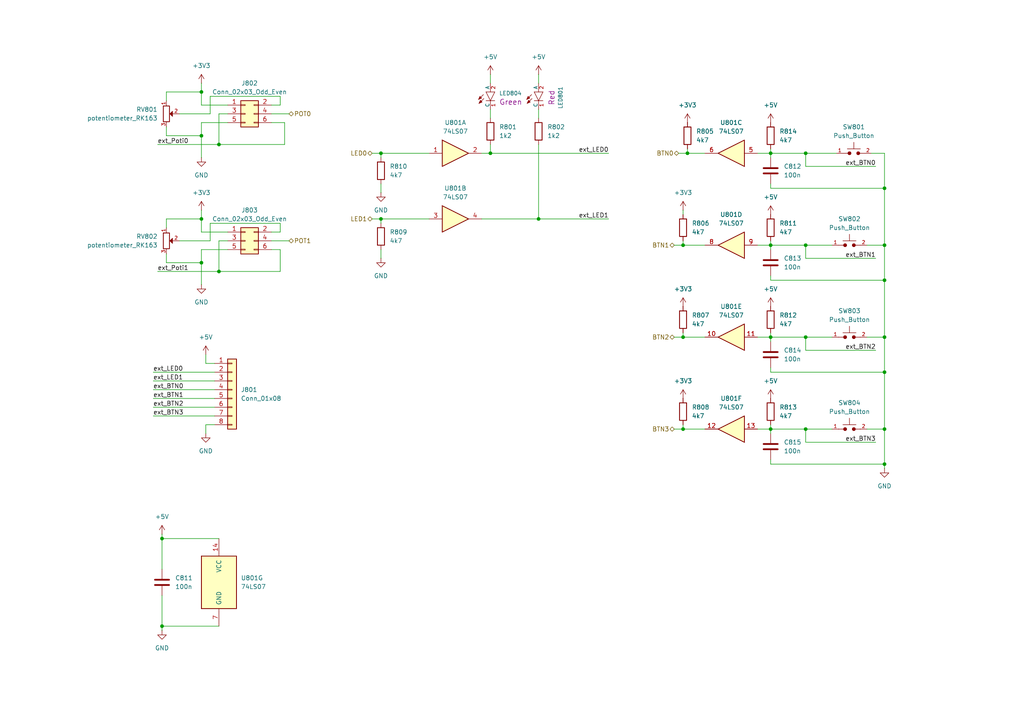
<source format=kicad_sch>
(kicad_sch (version 20250114) (generator "eeschema") (generator_version "9.0")
  (paper "A4")
  (lib_symbols
    (symbol "+3V3_1" (power) (pin_numbers (hide yes)) (pin_names (offset 0) (hide yes))
      (property "Value" "+3V3" (at 0 3.556 0))
      (symbol "+3V3_1_0_1"
        (polyline (pts (xy -0.762 1.27) (xy 0 2.54)))
        (polyline (pts (xy 0 2.54) (xy 0.762 1.27)))
        (polyline (pts (xy 0 0) (xy 0 2.54)))
      )
      (symbol "+3V3_1_1_1"
        (pin power_in line (at 0 0 90) (length 0) (name "~") (number "1"))
      )
    )
    (symbol "74xx:74LS07" (pin_names (offset 1.016))
      (property "Reference" "U" (at 0 1.27 0))
      (property "Value" "74LS07" (at 0 -1.27 0))
      (symbol "74LS07_1_0"
        (polyline (pts (xy -3.81 3.81) (xy -3.81 -3.81) (xy 3.81 0) (xy -3.81 3.81)) (stroke (width 0.254)) (fill (type background)))
        (pin input line (at -7.62 0 0) (length 3.81) (name "~") (number "1"))
        (pin open_collector line (at 7.62 0 180) (length 3.81) (name "~") (number "2"))
      )
      (symbol "74LS07_2_0"
        (polyline (pts (xy -3.81 3.81) (xy -3.81 -3.81) (xy 3.81 0) (xy -3.81 3.81)) (stroke (width 0.254)) (fill (type background)))
        (pin input line (at -7.62 0 0) (length 3.81) (name "~") (number "3"))
        (pin open_collector line (at 7.62 0 180) (length 3.81) (name "~") (number "4"))
      )
      (symbol "74LS07_3_0"
        (polyline (pts (xy -3.81 3.81) (xy -3.81 -3.81) (xy 3.81 0) (xy -3.81 3.81)) (stroke (width 0.254)) (fill (type background)))
        (pin input line (at -7.62 0 0) (length 3.81) (name "~") (number "5"))
        (pin open_collector line (at 7.62 0 180) (length 3.81) (name "~") (number "6"))
      )
      (symbol "74LS07_4_0"
        (polyline (pts (xy -3.81 3.81) (xy -3.81 -3.81) (xy 3.81 0) (xy -3.81 3.81)) (stroke (width 0.254)) (fill (type background)))
        (pin input line (at -7.62 0 0) (length 3.81) (name "~") (number "9"))
        (pin open_collector line (at 7.62 0 180) (length 3.81) (name "~") (number "8"))
      )
      (symbol "74LS07_5_0"
        (polyline (pts (xy -3.81 3.81) (xy -3.81 -3.81) (xy 3.81 0) (xy -3.81 3.81)) (stroke (width 0.254)) (fill (type background)))
        (pin input line (at -7.62 0 0) (length 3.81) (name "~") (number "11"))
        (pin open_collector line (at 7.62 0 180) (length 3.81) (name "~") (number "10"))
      )
      (symbol "74LS07_6_0"
        (polyline (pts (xy -3.81 3.81) (xy -3.81 -3.81) (xy 3.81 0) (xy -3.81 3.81)) (stroke (width 0.254)) (fill (type background)))
        (pin input line (at -7.62 0 0) (length 3.81) (name "~") (number "13"))
        (pin open_collector line (at 7.62 0 180) (length 3.81) (name "~") (number "12"))
      )
      (symbol "74LS07_7_0"
        (pin power_in line (at 0 12.7 270) (length 5.08) (name "VCC") (number "14"))
        (pin power_in line (at 0 -12.7 90) (length 5.08) (name "GND") (number "7"))
      )
      (symbol "74LS07_7_1"
        (rectangle (start -5.08 7.62) (end 5.08 -7.62) (stroke (width 0.254)) (fill (type background)))
      )
    )
    (symbol "Connector_Generic:Conn_01x08" (pin_names (offset 1.016) (hide yes))
      (property "Reference" "J" (at 0 10.16 0))
      (property "Value" "Conn_01x08" (at 0 -12.7 0))
      (symbol "Conn_01x08_1_1"
        (rectangle (start -1.27 8.89) (end 1.27 -11.43) (stroke (width 0.254)) (fill (type background)))
        (rectangle (start -1.27 7.747) (end 0 7.493) (stroke (width 0.1524)))
        (rectangle (start -1.27 5.207) (end 0 4.953) (stroke (width 0.1524)))
        (rectangle (start -1.27 2.667) (end 0 2.413) (stroke (width 0.1524)))
        (rectangle (start -1.27 0.127) (end 0 -0.127) (stroke (width 0.1524)))
        (rectangle (start -1.27 -2.413) (end 0 -2.667) (stroke (width 0.1524)))
        (rectangle (start -1.27 -4.953) (end 0 -5.207) (stroke (width 0.1524)))
        (rectangle (start -1.27 -7.493) (end 0 -7.747) (stroke (width 0.1524)))
        (rectangle (start -1.27 -10.033) (end 0 -10.287) (stroke (width 0.1524)))
        (pin passive line (at -5.08 7.62 0) (length 3.81) (name "Pin_1") (number "1"))
        (pin passive line (at -5.08 5.08 0) (length 3.81) (name "Pin_2") (number "2"))
        (pin passive line (at -5.08 2.54 0) (length 3.81) (name "Pin_3") (number "3"))
        (pin passive line (at -5.08 0 0) (length 3.81) (name "Pin_4") (number "4"))
        (pin passive line (at -5.08 -2.54 0) (length 3.81) (name "Pin_5") (number "5"))
        (pin passive line (at -5.08 -5.08 0) (length 3.81) (name "Pin_6") (number "6"))
        (pin passive line (at -5.08 -7.62 0) (length 3.81) (name "Pin_7") (number "7"))
        (pin passive line (at -5.08 -10.16 0) (length 3.81) (name "Pin_8") (number "8"))
      )
    )
    (symbol "Connector_Generic:Conn_02x03_Odd_Even" (pin_names (offset 1.016) (hide yes))
      (property "Reference" "J" (at 1.27 5.08 0))
      (property "Value" "Conn_02x03_Odd_Even" (at 1.27 -5.08 0))
      (symbol "Conn_02x03_Odd_Even_1_1"
        (rectangle (start -1.27 3.81) (end 3.81 -3.81) (stroke (width 0.254)) (fill (type background)))
        (rectangle (start -1.27 2.667) (end 0 2.413) (stroke (width 0.1524)))
        (rectangle (start -1.27 0.127) (end 0 -0.127) (stroke (width 0.1524)))
        (rectangle (start -1.27 -2.413) (end 0 -2.667) (stroke (width 0.1524)))
        (rectangle (start 3.81 2.667) (end 2.54 2.413) (stroke (width 0.1524)))
        (rectangle (start 3.81 0.127) (end 2.54 -0.127) (stroke (width 0.1524)))
        (rectangle (start 3.81 -2.413) (end 2.54 -2.667) (stroke (width 0.1524)))
        (pin passive line (at -5.08 2.54 0) (length 3.81) (name "Pin_1") (number "1"))
        (pin passive line (at -5.08 0 0) (length 3.81) (name "Pin_3") (number "3"))
        (pin passive line (at -5.08 -2.54 0) (length 3.81) (name "Pin_5") (number "5"))
        (pin passive line (at 7.62 2.54 180) (length 3.81) (name "Pin_2") (number "2"))
        (pin passive line (at 7.62 0 180) (length 3.81) (name "Pin_4") (number "4"))
        (pin passive line (at 7.62 -2.54 180) (length 3.81) (name "Pin_6") (number "6"))
      )
    )
    (symbol "Device:C" (pin_numbers (hide yes)) (pin_names (offset 0.254))
      (property "Reference" "C" (at 0.635 2.54 0))
      (property "Value" "C" (at 0.635 -2.54 0))
      (symbol "C_0_1"
        (polyline (pts (xy -2.032 0.762) (xy 2.032 0.762)) (stroke (width 0.508)))
        (polyline (pts (xy -2.032 -0.762) (xy 2.032 -0.762)) (stroke (width 0.508)))
      )
      (symbol "C_1_1"
        (pin passive line (at 0 3.81 270) (length 2.794) (name "~") (number "1"))
        (pin passive line (at 0 -3.81 90) (length 2.794) (name "~") (number "2"))
      )
    )
    (symbol "Device:R" (pin_numbers (hide yes)) (pin_names (offset 0))
      (property "Reference" "R" (at 2.032 0 90))
      (property "Value" "R" (at 0 0 90))
      (symbol "R_0_1"
        (rectangle (start -1.016 -2.54) (end 1.016 2.54) (stroke (width 0.254)))
      )
      (symbol "R_1_1"
        (pin passive line (at 0 3.81 270) (length 1.27) (name "~") (number "1"))
        (pin passive line (at 0 -3.81 90) (length 1.27) (name "~") (number "2"))
      )
    )
    (symbol "GND_1" (power) (pin_numbers (hide yes)) (pin_names (offset 0) (hide yes))
      (property "Value" "GND" (at 0 -3.81 0))
      (symbol "GND_1_0_1"
        (polyline (pts (xy 0 0) (xy 0 -1.27) (xy 1.27 -1.27) (xy 0 -2.54) (xy -1.27 -1.27) (xy 0 -1.27)))
      )
      (symbol "GND_1_1_1"
        (pin power_in line (at 0 0 270) (length 0) (name "~") (number "1"))
      )
    )
    (symbol "PCM_4ms_LED:Green_350mcd_0603" (pin_names (offset 0))
      (property "Reference" "LED" (at -1.27 -5.08 0))
      (property "Display" "Green" (at 0 -2.54 0))
      (symbol "Green_350mcd_0603_1_0"
        (polyline (pts (xy 0 0) (xy 0 1.27)))
        (polyline (pts (xy 0 0) (xy 2.54 1.27)))
        (polyline (pts (xy 0 -1.27) (xy 0 0)))
        (polyline (pts (xy 0.635 1.905) (xy -0.762 3.302)))
        (polyline (pts (xy 1.778 2.032) (xy 0.381 3.429)))
        (polyline (pts (xy 2.54 -1.27) (xy 0 0)))
        (polyline (pts (xy 2.54 -1.27) (xy 2.54 1.27)))
      )
      (symbol "Green_350mcd_0603_1_1"
        (polyline (pts (xy -0.762 3.302) (xy 0.127 2.921) (xy 0.127 2.921) (xy -0.381 2.413) (xy -0.381 2.413) (xy -0.762 3.302)) (fill (type outline)))
        (polyline (pts (xy 0.381 3.429) (xy 1.27 3.048) (xy 1.27 3.048) (xy 0.762 2.54) (xy 0.762 2.54) (xy 0.381 3.429)) (fill (type outline)))
        (pin passive line (at -2.54 0 0) (length 2.54) (name "C") (number "1"))
        (pin passive line (at 5.08 0 180) (length 2.54) (name "A") (number "2"))
      )
    )
    (symbol "PCM_4ms_LED:Red_100mcd_0603" (pin_names (offset 0))
      (property "Reference" "LED" (at -1.27 -5.08 0))
      (property "Display" "Red" (at 0 -2.54 0))
      (symbol "Red_100mcd_0603_1_0"
        (polyline (pts (xy 0 0) (xy 0 1.27)))
        (polyline (pts (xy 0 0) (xy 2.54 1.27)))
        (polyline (pts (xy 0 -1.27) (xy 0 0)))
        (polyline (pts (xy 0.635 1.905) (xy -0.762 3.302)))
        (polyline (pts (xy 1.778 2.032) (xy 0.381 3.429)))
        (polyline (pts (xy 2.54 -1.27) (xy 0 0)))
        (polyline (pts (xy 2.54 -1.27) (xy 2.54 1.27)))
      )
      (symbol "Red_100mcd_0603_1_1"
        (polyline (pts (xy -0.762 3.302) (xy 0.127 2.921) (xy 0.127 2.921) (xy -0.381 2.413) (xy -0.381 2.413) (xy -0.762 3.302)) (fill (type outline)))
        (polyline (pts (xy 0.381 3.429) (xy 1.27 3.048) (xy 1.27 3.048) (xy 0.762 2.54) (xy 0.762 2.54) (xy 0.381 3.429)) (fill (type outline)))
        (pin passive line (at -2.54 0 0) (length 2.54) (name "C") (number "1"))
        (pin passive line (at 5.08 0 180) (length 2.54) (name "A") (number "2"))
      )
    )
    (symbol "PCM_SL_Devices:Push_Button"
      (property "Reference" "SW" (at 0 6.35 0))
      (property "Value" "Push_Button" (at 0 4.445 0))
      (symbol "Push_Button_0_1"
        (polyline (pts (xy -3.175 0) (xy -1.778 0)))
        (polyline (pts (xy -1.905 1.27) (xy 1.905 1.27)))
        (circle (center -1.27 0) (radius 0.4579) (fill (type outline)))
        (polyline (pts (xy 0 1.27) (xy 0 3.175)))
        (circle (center 1.27 0) (radius 0.4579) (fill (type outline)))
        (polyline (pts (xy 1.778 0) (xy 3.175 0)))
      )
      (symbol "Push_Button_1_1"
        (pin passive line (at -5.08 0 0) (length 2) (name "") (number "1"))
        (pin passive line (at 5.08 0 180) (length 2) (name "") (number "2"))
      )
    )
    (symbol "PCM_SL_Devices:potentiometer_RK163"
      (property "Reference" "RV" (at 0 -2.286 0))
      (property "Value" "potentiometer_RK163" (at 0 -3.81 0))
      (symbol "potentiometer_RK163_0_1"
        (rectangle (start -2.286 0.889) (end 2.286 -0.889) (stroke (width 0.24)))
        (polyline (pts (xy 0 1.016) (xy 0.762 1.778) (xy -0.762 1.778) (xy 0 1.016)) (fill (type outline)))
      )
      (symbol "potentiometer_RK163_1_1"
        (pin passive line (at -3.81 0 0) (length 1.5) (name "~") (number "1"))
        (pin passive line (at 0 3.81 270) (length 2) (name "~") (number "2"))
        (pin passive line (at 3.81 0 180) (length 1.5) (name "~") (number "3"))
      )
    )
    (symbol "power:+5V" (power) (pin_numbers (hide yes)) (pin_names (offset 0) (hide yes))
      (property "Value" "+5V" (at 0 3.556 0))
      (symbol "+5V_0_1"
        (polyline (pts (xy -0.762 1.27) (xy 0 2.54)))
        (polyline (pts (xy 0 2.54) (xy 0.762 1.27)))
        (polyline (pts (xy 0 0) (xy 0 2.54)))
      )
      (symbol "+5V_1_1"
        (pin power_in line (at 0 0 90) (length 0) (name "~") (number "1"))
      )
    )
  )
  (junction (at 198.12 71.12))
  (junction (at 223.52 71.12))
  (junction (at 58.42 63.5))
  (junction (at 58.42 39.37))
  (junction (at 223.52 97.79))
  (junction (at 233.68 97.79))
  (junction (at 110.49 44.45))
  (junction (at 256.54 134.62))
  (junction (at 256.54 124.46))
  (junction (at 256.54 54.61))
  (junction (at 233.68 44.45))
  (junction (at 142.24 44.45))
  (junction (at 58.42 26.67))
  (junction (at 63.5 41.91))
  (junction (at 233.68 124.46))
  (junction (at 63.5 78.74))
  (junction (at 223.52 44.45))
  (junction (at 58.42 76.2))
  (junction (at 198.12 124.46))
  (junction (at 256.54 81.28))
  (junction (at 46.99 156.21))
  (junction (at 199.39 44.45))
  (junction (at 256.54 71.12))
  (junction (at 198.12 97.79))
  (junction (at 256.54 107.95))
  (junction (at 233.68 71.12))
  (junction (at 223.52 124.46))
  (junction (at 110.49 63.5))
  (junction (at 256.54 97.79))
  (junction (at 156.21 63.5))
  (junction (at 46.99 181.61))
  (wire (pts (xy 58.42 26.67) (xy 48.26 26.67)))
  (wire (pts (xy 223.52 81.28) (xy 256.54 81.28)))
  (wire (pts (xy 223.52 96.52) (xy 223.52 97.79)))
  (wire (pts (xy 256.54 107.95) (xy 256.54 124.46)))
  (wire (pts (xy 198.12 124.46) (xy 204.47 124.46)))
  (wire (pts (xy 223.52 43.18) (xy 223.52 44.45)))
  (wire (pts (xy 63.5 69.85) (xy 63.5 78.74)))
  (wire (pts (xy 142.24 44.45) (xy 142.24 41.91)))
  (wire (pts (xy 196.85 44.45) (xy 199.39 44.45)))
  (wire (pts (xy 156.21 63.5) (xy 139.7 63.5)))
  (wire (pts (xy 52.07 33.02) (xy 60.96 33.02)))
  (wire (pts (xy 81.28 64.77) (xy 81.28 67.31)))
  (wire (pts (xy 81.28 78.74) (xy 63.5 78.74)))
  (wire (pts (xy 142.24 31.75) (xy 142.24 34.29)))
  (wire (pts (xy 58.42 76.2) (xy 48.26 76.2)))
  (wire (pts (xy 78.74 35.56) (xy 82.55 35.56)))
  (wire (pts (xy 63.5 69.85) (xy 66.04 69.85)))
  (wire (pts (xy 58.42 39.37) (xy 48.26 39.37)))
  (wire (pts (xy 223.52 123.19) (xy 223.52 124.46)))
  (wire (pts (xy 48.26 39.37) (xy 48.26 36.83)))
  (wire (pts (xy 44.45 113.03) (xy 62.23 113.03)))
  (wire (pts (xy 156.21 41.91) (xy 156.21 63.5)))
  (wire (pts (xy 156.21 21.59) (xy 156.21 24.13)))
  (wire (pts (xy 44.45 120.65) (xy 62.23 120.65)))
  (wire (pts (xy 46.99 154.94) (xy 46.99 156.21)))
  (wire (pts (xy 233.68 71.12) (xy 233.68 74.93)))
  (wire (pts (xy 199.39 44.45) (xy 204.47 44.45)))
  (wire (pts (xy 233.68 128.27) (xy 254 128.27)))
  (wire (pts (xy 60.96 69.85) (xy 60.96 64.77)))
  (wire (pts (xy 110.49 44.45) (xy 124.46 44.45)))
  (wire (pts (xy 78.74 33.02) (xy 83.82 33.02)))
  (wire (pts (xy 223.52 44.45) (xy 233.68 44.45)))
  (wire (pts (xy 58.42 30.48) (xy 58.42 26.67)))
  (wire (pts (xy 45.72 78.74) (xy 63.5 78.74)))
  (wire (pts (xy 110.49 63.5) (xy 124.46 63.5)))
  (wire (pts (xy 60.96 27.94) (xy 81.28 27.94)))
  (wire (pts (xy 198.12 71.12) (xy 204.47 71.12)))
  (wire (pts (xy 60.96 33.02) (xy 60.96 27.94)))
  (wire (pts (xy 52.07 69.85) (xy 60.96 69.85)))
  (wire (pts (xy 59.69 123.19) (xy 62.23 123.19)))
  (wire (pts (xy 66.04 35.56) (xy 58.42 35.56)))
  (wire (pts (xy 195.58 124.46) (xy 198.12 124.46)))
  (wire (pts (xy 156.21 63.5) (xy 176.53 63.5)))
  (wire (pts (xy 44.45 107.95) (xy 62.23 107.95)))
  (wire (pts (xy 233.68 48.26) (xy 254 48.26)))
  (wire (pts (xy 142.24 44.45) (xy 176.53 44.45)))
  (wire (pts (xy 256.54 54.61) (xy 256.54 71.12)))
  (wire (pts (xy 78.74 69.85) (xy 83.82 69.85)))
  (wire (pts (xy 256.54 81.28) (xy 256.54 97.79)))
  (wire (pts (xy 110.49 44.45) (xy 110.49 45.72)))
  (wire (pts (xy 223.52 124.46) (xy 223.52 125.73)))
  (wire (pts (xy 233.68 74.93) (xy 254 74.93)))
  (wire (pts (xy 58.42 72.39) (xy 58.42 76.2)))
  (wire (pts (xy 58.42 39.37) (xy 58.42 45.72)))
  (wire (pts (xy 223.52 97.79) (xy 233.68 97.79)))
  (wire (pts (xy 251.46 71.12) (xy 256.54 71.12)))
  (wire (pts (xy 219.71 44.45) (xy 223.52 44.45)))
  (wire (pts (xy 142.24 21.59) (xy 142.24 24.13)))
  (wire (pts (xy 199.39 43.18) (xy 199.39 44.45)))
  (wire (pts (xy 223.52 80.01) (xy 223.52 81.28)))
  (wire (pts (xy 223.52 97.79) (xy 223.52 99.06)))
  (wire (pts (xy 233.68 71.12) (xy 241.3 71.12)))
  (wire (pts (xy 223.52 71.12) (xy 233.68 71.12)))
  (wire (pts (xy 46.99 172.72) (xy 46.99 181.61)))
  (wire (pts (xy 223.52 134.62) (xy 256.54 134.62)))
  (wire (pts (xy 223.52 107.95) (xy 223.52 106.68)))
  (wire (pts (xy 233.68 97.79) (xy 233.68 101.6)))
  (wire (pts (xy 58.42 24.13) (xy 58.42 26.67)))
  (wire (pts (xy 48.26 63.5) (xy 48.26 66.04)))
  (wire (pts (xy 63.5 181.61) (xy 46.99 181.61)))
  (wire (pts (xy 58.42 60.96) (xy 58.42 63.5)))
  (wire (pts (xy 223.52 124.46) (xy 233.68 124.46)))
  (wire (pts (xy 233.68 44.45) (xy 242.57 44.45)))
  (wire (pts (xy 233.68 124.46) (xy 233.68 128.27)))
  (wire (pts (xy 223.52 45.72) (xy 223.52 44.45)))
  (wire (pts (xy 195.58 97.79) (xy 198.12 97.79)))
  (wire (pts (xy 46.99 181.61) (xy 46.99 182.88)))
  (wire (pts (xy 44.45 110.49) (xy 62.23 110.49)))
  (wire (pts (xy 44.45 115.57) (xy 62.23 115.57)))
  (wire (pts (xy 107.95 44.45) (xy 110.49 44.45)))
  (wire (pts (xy 66.04 30.48) (xy 58.42 30.48)))
  (wire (pts (xy 233.68 97.79) (xy 241.3 97.79)))
  (wire (pts (xy 219.71 124.46) (xy 223.52 124.46)))
  (wire (pts (xy 223.52 107.95) (xy 256.54 107.95)))
  (wire (pts (xy 78.74 72.39) (xy 81.28 72.39)))
  (wire (pts (xy 48.26 26.67) (xy 48.26 29.21)))
  (wire (pts (xy 63.5 33.02) (xy 66.04 33.02)))
  (wire (pts (xy 256.54 44.45) (xy 252.73 44.45)))
  (wire (pts (xy 44.45 118.11) (xy 62.23 118.11)))
  (wire (pts (xy 233.68 124.46) (xy 241.3 124.46)))
  (wire (pts (xy 139.7 44.45) (xy 142.24 44.45)))
  (wire (pts (xy 66.04 67.31) (xy 58.42 67.31)))
  (wire (pts (xy 198.12 97.79) (xy 204.47 97.79)))
  (wire (pts (xy 223.52 71.12) (xy 223.52 72.39)))
  (wire (pts (xy 233.68 44.45) (xy 233.68 48.26)))
  (wire (pts (xy 251.46 97.79) (xy 256.54 97.79)))
  (wire (pts (xy 63.5 33.02) (xy 63.5 41.91)))
  (wire (pts (xy 66.04 72.39) (xy 58.42 72.39)))
  (wire (pts (xy 110.49 72.39) (xy 110.49 74.93)))
  (wire (pts (xy 256.54 44.45) (xy 256.54 54.61)))
  (wire (pts (xy 256.54 71.12) (xy 256.54 81.28)))
  (wire (pts (xy 223.52 54.61) (xy 256.54 54.61)))
  (wire (pts (xy 58.42 67.31) (xy 58.42 63.5)))
  (wire (pts (xy 58.42 35.56) (xy 58.42 39.37)))
  (wire (pts (xy 195.58 71.12) (xy 198.12 71.12)))
  (wire (pts (xy 81.28 30.48) (xy 78.74 30.48)))
  (wire (pts (xy 48.26 76.2) (xy 48.26 73.66)))
  (wire (pts (xy 81.28 72.39) (xy 81.28 78.74)))
  (wire (pts (xy 256.54 97.79) (xy 256.54 107.95)))
  (wire (pts (xy 46.99 165.1) (xy 46.99 156.21)))
  (wire (pts (xy 198.12 69.85) (xy 198.12 71.12)))
  (wire (pts (xy 223.52 69.85) (xy 223.52 71.12)))
  (wire (pts (xy 82.55 35.56) (xy 82.55 41.91)))
  (wire (pts (xy 156.21 31.75) (xy 156.21 34.29)))
  (wire (pts (xy 63.5 41.91) (xy 82.55 41.91)))
  (wire (pts (xy 59.69 125.73) (xy 59.69 123.19)))
  (wire (pts (xy 233.68 101.6) (xy 254 101.6)))
  (wire (pts (xy 219.71 71.12) (xy 223.52 71.12)))
  (wire (pts (xy 256.54 134.62) (xy 256.54 135.89)))
  (wire (pts (xy 110.49 63.5) (xy 110.49 64.77)))
  (wire (pts (xy 110.49 53.34) (xy 110.49 55.88)))
  (wire (pts (xy 251.46 124.46) (xy 256.54 124.46)))
  (wire (pts (xy 219.71 97.79) (xy 223.52 97.79)))
  (wire (pts (xy 223.52 53.34) (xy 223.52 54.61)))
  (wire (pts (xy 256.54 134.62) (xy 256.54 124.46)))
  (wire (pts (xy 198.12 123.19) (xy 198.12 124.46)))
  (wire (pts (xy 81.28 27.94) (xy 81.28 30.48)))
  (wire (pts (xy 198.12 96.52) (xy 198.12 97.79)))
  (wire (pts (xy 81.28 67.31) (xy 78.74 67.31)))
  (wire (pts (xy 58.42 76.2) (xy 58.42 82.55)))
  (wire (pts (xy 46.99 156.21) (xy 63.5 156.21)))
  (wire (pts (xy 45.72 41.91) (xy 63.5 41.91)))
  (wire (pts (xy 107.95 63.5) (xy 110.49 63.5)))
  (wire (pts (xy 59.69 105.41) (xy 59.69 102.87)))
  (wire (pts (xy 62.23 105.41) (xy 59.69 105.41)))
  (wire (pts (xy 58.42 63.5) (xy 48.26 63.5)))
  (wire (pts (xy 198.12 60.96) (xy 198.12 62.23)))
  (wire (pts (xy 223.52 133.35) (xy 223.52 134.62)))
  (wire (pts (xy 60.96 64.77) (xy 81.28 64.77)))
  (label "ext_BTN2" (at 44.45 118.11 0))
  (label "ext_LED1" (at 44.45 110.49 0))
  (label "ext_BTN3" (at 254 128.27 180))
  (label "ext_BTN0" (at 44.45 113.03 0))
  (label "ext_BTN1" (at 254 74.93 180))
  (label "ext_BTN0" (at 254 48.26 180))
  (label "ext_Poti0" (at 45.72 41.91 0))
  (label "ext_LED0" (at 44.45 107.95 0))
  (label "ext_BTN3" (at 44.45 120.65 0))
  (label "ext_LED1" (at 176.53 63.5 180))
  (label "ext_Poti1" (at 45.72 78.74 0))
  (label "ext_BTN2" (at 254 101.6 180))
  (label "ext_LED0" (at 176.53 44.45 180))
  (label "ext_BTN1" (at 44.45 115.57 0))
  (hierarchical_label "POT0" (shape bidirectional) (at 83.82 33.02 0))
  (hierarchical_label "LED0" (shape bidirectional) (at 107.95 44.45 180))
  (hierarchical_label "BTN2" (shape bidirectional) (at 195.58 97.79 180))
  (hierarchical_label "POT1" (shape bidirectional) (at 83.82 69.85 0))
  (hierarchical_label "BTN0" (shape bidirectional) (at 196.85 44.45 180))
  (hierarchical_label "BTN1" (shape bidirectional) (at 195.58 71.12 180))
  (hierarchical_label "LED1" (shape bidirectional) (at 107.95 63.5 180))
  (hierarchical_label "BTN3" (shape bidirectional) (at 195.58 124.46 180))
  (symbol (lib_id "Device:R") (at 156.21 38.1 0) (unit 1)
    (property "Reference" "R802" (at 158.75 36.8299 0) (effects (justify left)))
    (property "Value" "1k2" (at 158.75 39.3699 0) (effects (justify left)))
    (property "Footprint" "Resistor_SMD:R_0603_1608Metric_Pad0.98x0.95mm_HandSolder" (effects (hide yes)))
    (property "Description" "Resistor" (effects (hide yes)))
    (property "Manufacturer" "Yageo" (effects (hide yes)))
    (property "Part Number" "RC0603FR-071K2L" (effects (hide yes)))
  )
  (symbol (lib_name "+3V3_1") (lib_id "power:+3V3") (at 198.12 88.9 0) (mirror y) (unit 1)
    (property "Reference" "#PWR0414" (effects (hide yes)))
    (property "Value" "+3V3" (at 198.12 83.82 0))
    (property "Description" "Power symbol creates a global label with name \"+3V3\"" (effects (hide yes)))
  )
  (symbol (lib_id "74xx:74LS07") (at 212.09 44.45 180) (unit 3)
    (property "Reference" "U801" (at 212.09 35.56 0))
    (property "Value" "74LS07" (at 212.09 38.1 0))
    (property "Footprint" "Package_SO:SOIC-14_3.9x8.7mm_P1.27mm" (effects (hide yes)))
    (property "Datasheet" "www.ti.com/lit/ds/symlink/sn74ls07.pdf" (effects (hide yes)))
    (property "Description" "Hex Buffers and Drivers With Open Collector High Voltage Outputs" (effects (hide yes)))
    (property "Manufacturer" "Texas Instruments" (effects (hide yes)))
    (property "Part Number" "SN74LS07DR" (effects (hide yes)))
  )
  (symbol (lib_id "Device:R") (at 223.52 119.38 180) (unit 1)
    (property "Reference" "R813" (at 226.06 118.1099 0) (effects (justify right)))
    (property "Value" "4k7" (at 226.06 120.6499 0) (effects (justify right)))
    (property "Footprint" "Resistor_SMD:R_0603_1608Metric_Pad0.98x0.95mm_HandSolder" (effects (hide yes)))
    (property "Description" "Resistor" (effects (hide yes)))
    (property "Manufacturer" "Yageo" (effects (hide yes)))
    (property "Part Number" "RC0603FR-074K7L" (effects (hide yes)))
  )
  (symbol (lib_id "Device:R") (at 223.52 39.37 180) (unit 1)
    (property "Reference" "R814" (at 226.06 38.0999 0) (effects (justify right)))
    (property "Value" "4k7" (at 226.06 40.6399 0) (effects (justify right)))
    (property "Footprint" "Resistor_SMD:R_0603_1608Metric_Pad0.98x0.95mm_HandSolder" (effects (hide yes)))
    (property "Description" "Resistor" (effects (hide yes)))
    (property "Manufacturer" "Yageo" (effects (hide yes)))
    (property "Part Number" "RC0603FR-074K7L" (effects (hide yes)))
  )
  (symbol (lib_id "Connector_Generic:Conn_02x03_Odd_Even") (at 71.12 33.02 0) (unit 1)
    (property "Reference" "J802" (at 72.39 24.13 0))
    (property "Value" "Conn_02x03_Odd_Even" (at 72.39 26.67 0))
    (property "Footprint" "Connector_PinHeader_2.54mm:PinHeader_2x03_P2.54mm_Vertical" (effects (hide yes)))
    (property "Description" "Generic connector, double row, 02x03, odd/even pin numbering scheme (row 1 odd numbers, row 2 even numbers), script generated (kicad-library-utils/schlib/autogen/connector/)" (effects (hide yes)))
    (property "Manufacturer" "Würth Elektronik" (effects (hide yes)))
    (property "Part Number" "61300621121" (effects (hide yes)))
  )
  (symbol (lib_id "Device:R") (at 142.24 38.1 0) (unit 1)
    (property "Reference" "R801" (at 144.78 36.8299 0) (effects (justify left)))
    (property "Value" "1k2" (at 144.78 39.3699 0) (effects (justify left)))
    (property "Footprint" "Resistor_SMD:R_0603_1608Metric_Pad0.98x0.95mm_HandSolder" (effects (hide yes)))
    (property "Description" "Resistor" (effects (hide yes)))
    (property "Manufacturer" "Yageo" (effects (hide yes)))
    (property "Part Number" "RC0603FR-071K2L" (effects (hide yes)))
  )
  (symbol (lib_id "Device:R") (at 110.49 49.53 180) (unit 1)
    (property "Reference" "R810" (at 113.03 48.2599 0) (effects (justify right)))
    (property "Value" "4k7" (at 113.03 50.7999 0) (effects (justify right)))
    (property "Footprint" "Resistor_SMD:R_0603_1608Metric_Pad0.98x0.95mm_HandSolder" (effects (hide yes)))
    (property "Description" "Resistor" (effects (hide yes)))
    (property "Manufacturer" "Yageo" (effects (hide yes)))
    (property "Part Number" "RC0603FR-074K7L" (effects (hide yes)))
  )
  (symbol (lib_id "Device:C") (at 223.52 76.2 0) (unit 1)
    (property "Reference" "C813" (at 227.33 74.9299 0) (effects (justify left)))
    (property "Value" "100n" (at 227.33 77.4699 0) (effects (justify left)))
    (property "Footprint" "Capacitor_SMD:C_0603_1608Metric_Pad1.08x0.95mm_HandSolder" (effects (hide yes)))
    (property "Description" "Unpolarized capacitor" (effects (hide yes)))
    (property "Manufacturer" "Kemet" (effects (hide yes)))
    (property "Part Number" "C0603C104K5RACTUCT" (effects (hide yes)))
  )
  (symbol (lib_id "74xx:74LS07") (at 63.5 168.91 0) (unit 7)
    (property "Reference" "U801" (at 69.85 167.6399 0) (effects (justify left)))
    (property "Value" "74LS07" (at 69.85 170.1799 0) (effects (justify left)))
    (property "Footprint" "Package_SO:SOIC-14_3.9x8.7mm_P1.27mm" (effects (hide yes)))
    (property "Datasheet" "www.ti.com/lit/ds/symlink/sn74ls07.pdf" (effects (hide yes)))
    (property "Description" "Hex Buffers and Drivers With Open Collector High Voltage Outputs" (effects (hide yes)))
    (property "Manufacturer" "Texas Instruments" (effects (hide yes)))
    (property "Part Number" "SN74LS07DR" (effects (hide yes)))
  )
  (symbol (lib_id "Device:C") (at 223.52 129.54 0) (unit 1)
    (property "Reference" "C815" (at 227.33 128.2699 0) (effects (justify left)))
    (property "Value" "100n" (at 227.33 130.8099 0) (effects (justify left)))
    (property "Footprint" "Capacitor_SMD:C_0603_1608Metric_Pad1.08x0.95mm_HandSolder" (effects (hide yes)))
    (property "Description" "Unpolarized capacitor" (effects (hide yes)))
    (property "Manufacturer" "Kemet" (effects (hide yes)))
    (property "Part Number" "C0603C104K5RACTUCT" (effects (hide yes)))
  )
  (symbol (lib_id "power:+5V") (at 59.69 102.87 0) (unit 1)
    (property "Reference" "#PWR0705" (effects (hide yes)))
    (property "Value" "+5V" (at 59.69 97.79 0))
    (property "Description" "Power symbol creates a global label with name \"+5V\"" (effects (hide yes)))
  )
  (symbol (lib_id "power:+5V") (at 223.52 115.57 0) (unit 1)
    (property "Reference" "#PWR0712" (effects (hide yes)))
    (property "Value" "+5V" (at 223.52 110.49 0))
    (property "Description" "Power symbol creates a global label with name \"+5V\"" (effects (hide yes)))
  )
  (symbol (lib_name "+3V3_1") (lib_id "power:+3V3") (at 58.42 60.96 0) (mirror y) (unit 1)
    (property "Reference" "#PWR0411" (effects (hide yes)))
    (property "Value" "+3V3" (at 58.42 55.88 0))
    (property "Description" "Power symbol creates a global label with name \"+3V3\"" (effects (hide yes)))
  )
  (symbol (lib_name "+3V3_1") (lib_id "power:+3V3") (at 198.12 60.96 0) (mirror y) (unit 1)
    (property "Reference" "#PWR0413" (effects (hide yes)))
    (property "Value" "+3V3" (at 198.12 55.88 0))
    (property "Description" "Power symbol creates a global label with name \"+3V3\"" (effects (hide yes)))
  )
  (symbol (lib_id "PCM_SL_Devices:Push_Button") (at 247.65 44.45 0) (unit 1)
    (property "Reference" "SW801" (at 247.65 36.83 0))
    (property "Value" "Push_Button" (at 247.65 39.37 0))
    (property "Footprint" "Button_Switch_THT:SW_PUSH_6mm" (effects (hide yes)))
    (property "Description" "Common 6mmx6mm Push Button" (effects (hide yes)))
    (property "Manufacturer" "Same Sky (Formerly CUI Devices)" (effects (hide yes)))
    (property "Part Number" "TS02-66-70-BK-100-SCR-D" (effects (hide yes)))
  )
  (symbol (lib_id "Device:R") (at 199.39 39.37 180) (unit 1)
    (property "Reference" "R805" (at 201.93 38.0999 0) (effects (justify right)))
    (property "Value" "4k7" (at 201.93 40.6399 0) (effects (justify right)))
    (property "Footprint" "Resistor_SMD:R_0603_1608Metric_Pad0.98x0.95mm_HandSolder" (effects (hide yes)))
    (property "Description" "Resistor" (effects (hide yes)))
    (property "Manufacturer" "Yageo" (effects (hide yes)))
    (property "Part Number" "RC0603FR-074K7L" (effects (hide yes)))
  )
  (symbol (lib_id "Device:C") (at 223.52 102.87 0) (unit 1)
    (property "Reference" "C814" (at 227.33 101.5999 0) (effects (justify left)))
    (property "Value" "100n" (at 227.33 104.1399 0) (effects (justify left)))
    (property "Footprint" "Capacitor_SMD:C_0603_1608Metric_Pad1.08x0.95mm_HandSolder" (effects (hide yes)))
    (property "Description" "Unpolarized capacitor" (effects (hide yes)))
    (property "Manufacturer" "Kemet" (effects (hide yes)))
    (property "Part Number" "C0603C104K5RACTUCT" (effects (hide yes)))
  )
  (symbol (lib_id "PCM_4ms_LED:Red_100mcd_0603") (at 156.21 29.21 90) (unit 1)
    (property "Reference" "LED801" (at 162.56 28.321 0) (effects (font (size 1.143 1.143))))
    (property "Value" "Red_100mcd_0603" (effects (hide yes)))
    (property "Footprint" "PCM_4ms_LED:LED_0603_1608Metric" (effects (hide yes)))
    (property "Description" "LED Red 0603 Lum>=100mcd @ 20mA" (effects (hide yes)))
    (property "Specifications" "LED Red 0603 Lum>=100mcd @ 20mA" (effects (hide yes)))
    (property "Manufacturer" "Lite-On Inc." (effects (hide yes)))
    (property "Part Number" "LTST-C190KFKT" (effects (hide yes)))
    (property "Display" "Red" (at 160.02 28.321 0) (effects (font (size 1.524 1.524))))
    (property "Manufacturer 2" "Inolux" (effects (hide yes)))
    (property "Part Number 2" "IN-S63BTR" (effects (hide yes)))
    (property "Manufacturer 3" "Kingbright" (effects (hide yes)))
    (property "Part Number 3" "AP1608SURCK" (effects (hide yes)))
    (property "Manufacturer 4" "OSRAM Opto" (effects (hide yes)))
    (property "Part Number 4" "LS Q976-NR-1" (effects (hide yes)))
  )
  (symbol (lib_name "+3V3_1") (lib_id "power:+3V3") (at 199.39 35.56 0) (mirror y) (unit 1)
    (property "Reference" "#PWR0412" (effects (hide yes)))
    (property "Value" "+3V3" (at 199.39 30.48 0))
    (property "Description" "Power symbol creates a global label with name \"+3V3\"" (effects (hide yes)))
  )
  (symbol (lib_id "PCM_SL_Devices:potentiometer_RK163") (at 48.26 33.02 270) (unit 1)
    (property "Reference" "RV801" (at 45.72 31.7499 90) (effects (justify right)))
    (property "Value" "potentiometer_RK163" (at 45.72 34.2899 90) (effects (justify right)))
    (property "Footprint" "Potentiometer_THT:Potentiometer_Alps_RK163_Single_Horizontal" (effects (hide yes)))
    (property "Description" "potentiometer_RK163" (effects (hide yes)))
    (property "Manufacturer" "Alps Alpine" (effects (hide yes)))
    (property "Part Number" "RK1631110U2A" (effects (hide yes)))
  )
  (symbol (lib_id "PCM_SL_Devices:Push_Button") (at 246.38 97.79 0) (unit 1)
    (property "Reference" "SW803" (at 246.38 90.17 0))
    (property "Value" "Push_Button" (at 246.38 92.71 0))
    (property "Footprint" "Button_Switch_THT:SW_PUSH_6mm" (effects (hide yes)))
    (property "Description" "Common 6mmx6mm Push Button" (effects (hide yes)))
    (property "Manufacturer" "Same Sky (Formerly CUI Devices)" (effects (hide yes)))
    (property "Part Number" "TS02-66-70-BK-100-SCR-D" (effects (hide yes)))
  )
  (symbol (lib_id "Device:R") (at 223.52 92.71 180) (unit 1)
    (property "Reference" "R812" (at 226.06 91.4399 0) (effects (justify right)))
    (property "Value" "4k7" (at 226.06 93.9799 0) (effects (justify right)))
    (property "Footprint" "Resistor_SMD:R_0603_1608Metric_Pad0.98x0.95mm_HandSolder" (effects (hide yes)))
    (property "Description" "Resistor" (effects (hide yes)))
    (property "Manufacturer" "Yageo" (effects (hide yes)))
    (property "Part Number" "RC0603FR-074K7L" (effects (hide yes)))
  )
  (symbol (lib_name "+3V3_1") (lib_id "power:+3V3") (at 198.12 115.57 0) (mirror y) (unit 1)
    (property "Reference" "#PWR0415" (effects (hide yes)))
    (property "Value" "+3V3" (at 198.12 110.49 0))
    (property "Description" "Power symbol creates a global label with name \"+3V3\"" (effects (hide yes)))
  )
  (symbol (lib_id "power:+5V") (at 156.21 21.59 0) (unit 1)
    (property "Reference" "#PWR0708" (effects (hide yes)))
    (property "Value" "+5V" (at 156.21 16.51 0))
    (property "Description" "Power symbol creates a global label with name \"+5V\"" (effects (hide yes)))
  )
  (symbol (lib_id "Device:R") (at 223.52 66.04 180) (unit 1)
    (property "Reference" "R811" (at 226.06 64.7699 0) (effects (justify right)))
    (property "Value" "4k7" (at 226.06 67.3099 0) (effects (justify right)))
    (property "Footprint" "Resistor_SMD:R_0603_1608Metric_Pad0.98x0.95mm_HandSolder" (effects (hide yes)))
    (property "Description" "Resistor" (effects (hide yes)))
    (property "Manufacturer" "Yageo" (effects (hide yes)))
    (property "Part Number" "RC0603FR-074K7L" (effects (hide yes)))
  )
  (symbol (lib_id "PCM_SL_Devices:potentiometer_RK163") (at 48.26 69.85 270) (unit 1)
    (property "Reference" "RV802" (at 45.72 68.5799 90) (effects (justify right)))
    (property "Value" "potentiometer_RK163" (at 45.72 71.1199 90) (effects (justify right)))
    (property "Footprint" "Potentiometer_THT:Potentiometer_Alps_RK163_Single_Horizontal" (effects (hide yes)))
    (property "Description" "potentiometer_RK163" (effects (hide yes)))
    (property "Manufacturer" "Alps Alpine" (effects (hide yes)))
    (property "Part Number" "RK1631110U2A" (effects (hide yes)))
  )
  (symbol (lib_id "power:+5V") (at 46.99 154.94 0) (unit 1)
    (property "Reference" "#PWR0706" (effects (hide yes)))
    (property "Value" "+5V" (at 46.99 149.86 0))
    (property "Description" "Power symbol creates a global label with name \"+5V\"" (effects (hide yes)))
  )
  (symbol (lib_id "power:+5V") (at 223.52 62.23 0) (unit 1)
    (property "Reference" "#PWR0709" (effects (hide yes)))
    (property "Value" "+5V" (at 223.52 57.15 0))
    (property "Description" "Power symbol creates a global label with name \"+5V\"" (effects (hide yes)))
  )
  (symbol (lib_id "PCM_SL_Devices:Push_Button") (at 246.38 71.12 0) (unit 1)
    (property "Reference" "SW802" (at 246.38 63.5 0))
    (property "Value" "Push_Button" (at 246.38 66.04 0))
    (property "Footprint" "Button_Switch_THT:SW_PUSH_6mm" (effects (hide yes)))
    (property "Description" "Common 6mmx6mm Push Button" (effects (hide yes)))
    (property "Manufacturer" "Same Sky (Formerly CUI Devices)" (effects (hide yes)))
    (property "Part Number" "TS02-66-70-BK-100-SCR-D" (effects (hide yes)))
  )
  (symbol (lib_id "power:+5V") (at 223.52 35.56 0) (unit 1)
    (property "Reference" "#PWR0710" (effects (hide yes)))
    (property "Value" "+5V" (at 223.52 30.48 0))
    (property "Description" "Power symbol creates a global label with name \"+5V\"" (effects (hide yes)))
  )
  (symbol (lib_name "GND_1") (lib_id "power:GND") (at 110.49 74.93 0) (unit 1)
    (property "Reference" "#PWR0221" (effects (hide yes)))
    (property "Value" "GND" (at 110.49 80.01 0))
    (property "Description" "Power symbol creates a global label with name \"GND\" , ground" (effects (hide yes)))
  )
  (symbol (lib_id "Device:R") (at 198.12 66.04 180) (unit 1)
    (property "Reference" "R806" (at 200.66 64.7699 0) (effects (justify right)))
    (property "Value" "4k7" (at 200.66 67.3099 0) (effects (justify right)))
    (property "Footprint" "Resistor_SMD:R_0603_1608Metric_Pad0.98x0.95mm_HandSolder" (effects (hide yes)))
    (property "Description" "Resistor" (effects (hide yes)))
    (property "Manufacturer" "Yageo" (effects (hide yes)))
    (property "Part Number" "RC0603FR-074K7L" (effects (hide yes)))
  )
  (symbol (lib_id "74xx:74LS07") (at 132.08 63.5 0) (unit 2)
    (property "Reference" "U801" (at 132.08 54.61 0))
    (property "Value" "74LS07" (at 132.08 57.15 0))
    (property "Footprint" "Package_SO:SOIC-14_3.9x8.7mm_P1.27mm" (effects (hide yes)))
    (property "Datasheet" "www.ti.com/lit/ds/symlink/sn74ls07.pdf" (effects (hide yes)))
    (property "Description" "Hex Buffers and Drivers With Open Collector High Voltage Outputs" (effects (hide yes)))
    (property "Manufacturer" "Texas Instruments" (effects (hide yes)))
    (property "Part Number" "SN74LS07DR" (effects (hide yes)))
  )
  (symbol (lib_id "Device:R") (at 110.49 68.58 180) (unit 1)
    (property "Reference" "R809" (at 113.03 67.3099 0) (effects (justify right)))
    (property "Value" "4k7" (at 113.03 69.8499 0) (effects (justify right)))
    (property "Footprint" "Resistor_SMD:R_0603_1608Metric_Pad0.98x0.95mm_HandSolder" (effects (hide yes)))
    (property "Description" "Resistor" (effects (hide yes)))
    (property "Manufacturer" "Yageo" (effects (hide yes)))
    (property "Part Number" "RC0603FR-074K7L" (effects (hide yes)))
  )
  (symbol (lib_name "+3V3_1") (lib_id "power:+3V3") (at 58.42 24.13 0) (mirror y) (unit 1)
    (property "Reference" "#PWR0410" (effects (hide yes)))
    (property "Value" "+3V3" (at 58.42 19.05 0))
    (property "Description" "Power symbol creates a global label with name \"+3V3\"" (effects (hide yes)))
  )
  (symbol (lib_name "GND_1") (lib_id "power:GND") (at 110.49 55.88 0) (unit 1)
    (property "Reference" "#PWR0232" (effects (hide yes)))
    (property "Value" "GND" (at 110.49 60.96 0))
    (property "Description" "Power symbol creates a global label with name \"GND\" , ground" (effects (hide yes)))
  )
  (symbol (lib_name "GND_1") (lib_id "power:GND") (at 256.54 135.89 0) (unit 1)
    (property "Reference" "#PWR0222" (effects (hide yes)))
    (property "Value" "GND" (at 256.54 140.97 0))
    (property "Description" "Power symbol creates a global label with name \"GND\" , ground" (effects (hide yes)))
  )
  (symbol (lib_id "Connector_Generic:Conn_01x08") (at 67.31 113.03 0) (unit 1)
    (property "Reference" "J801" (at 69.85 113.0299 0) (effects (justify left)))
    (property "Value" "Conn_01x08" (at 69.85 115.5699 0) (effects (justify left)))
    (property "Footprint" "Connector_PinHeader_2.54mm:PinHeader_1x08_P2.54mm_Vertical" (effects (hide yes)))
    (property "Description" "Generic connector, single row, 01x08, script generated (kicad-library-utils/schlib/autogen/connector/)" (effects (hide yes)))
  )
  (symbol (lib_id "74xx:74LS07") (at 212.09 97.79 180) (unit 5)
    (property "Reference" "U801" (at 212.09 88.9 0))
    (property "Value" "74LS07" (at 212.09 91.44 0))
    (property "Footprint" "Package_SO:SOIC-14_3.9x8.7mm_P1.27mm" (effects (hide yes)))
    (property "Datasheet" "www.ti.com/lit/ds/symlink/sn74ls07.pdf" (effects (hide yes)))
    (property "Description" "Hex Buffers and Drivers With Open Collector High Voltage Outputs" (effects (hide yes)))
    (property "Manufacturer" "Texas Instruments" (effects (hide yes)))
    (property "Part Number" "SN74LS07DR" (effects (hide yes)))
  )
  (symbol (lib_id "Device:C") (at 223.52 49.53 0) (unit 1)
    (property "Reference" "C812" (at 227.33 48.2599 0) (effects (justify left)))
    (property "Value" "100n" (at 227.33 50.7999 0) (effects (justify left)))
    (property "Footprint" "Capacitor_SMD:C_0603_1608Metric_Pad1.08x0.95mm_HandSolder" (effects (hide yes)))
    (property "Description" "Unpolarized capacitor" (effects (hide yes)))
    (property "Manufacturer" "Kemet" (effects (hide yes)))
    (property "Part Number" "C0603C104K5RACTUCT" (effects (hide yes)))
  )
  (symbol (lib_id "Device:R") (at 198.12 119.38 180) (unit 1)
    (property "Reference" "R808" (at 200.66 118.1099 0) (effects (justify right)))
    (property "Value" "4k7" (at 200.66 120.6499 0) (effects (justify right)))
    (property "Footprint" "Resistor_SMD:R_0603_1608Metric_Pad0.98x0.95mm_HandSolder" (effects (hide yes)))
    (property "Description" "Resistor" (effects (hide yes)))
    (property "Manufacturer" "Yageo" (effects (hide yes)))
    (property "Part Number" "RC0603FR-074K7L" (effects (hide yes)))
  )
  (symbol (lib_id "PCM_SL_Devices:Push_Button") (at 246.38 124.46 0) (unit 1)
    (property "Reference" "SW804" (at 246.38 116.84 0))
    (property "Value" "Push_Button" (at 246.38 119.38 0))
    (property "Footprint" "Button_Switch_THT:SW_PUSH_6mm" (effects (hide yes)))
    (property "Description" "Common 6mmx6mm Push Button" (effects (hide yes)))
    (property "Manufacturer" "Same Sky (Formerly CUI Devices)" (effects (hide yes)))
    (property "Part Number" "TS02-66-70-BK-100-SCR-D" (effects (hide yes)))
  )
  (symbol (lib_id "74xx:74LS07") (at 212.09 124.46 180) (unit 6)
    (property "Reference" "U801" (at 212.09 115.57 0))
    (property "Value" "74LS07" (at 212.09 118.11 0))
    (property "Footprint" "Package_SO:SOIC-14_3.9x8.7mm_P1.27mm" (effects (hide yes)))
    (property "Datasheet" "www.ti.com/lit/ds/symlink/sn74ls07.pdf" (effects (hide yes)))
    (property "Description" "Hex Buffers and Drivers With Open Collector High Voltage Outputs" (effects (hide yes)))
    (property "Manufacturer" "Texas Instruments" (effects (hide yes)))
    (property "Part Number" "SN74LS07DR" (effects (hide yes)))
  )
  (symbol (lib_id "74xx:74LS07") (at 132.08 44.45 0) (unit 1)
    (property "Reference" "U801" (at 132.08 35.56 0))
    (property "Value" "74LS07" (at 132.08 38.1 0))
    (property "Footprint" "Package_SO:SOIC-14_3.9x8.7mm_P1.27mm" (effects (hide yes)))
    (property "Datasheet" "www.ti.com/lit/ds/symlink/sn74ls07.pdf" (effects (hide yes)))
    (property "Description" "Hex Buffers and Drivers With Open Collector High Voltage Outputs" (effects (hide yes)))
    (property "Manufacturer" "Texas Instruments" (effects (hide yes)))
    (property "Part Number" "SN74LS07DR" (effects (hide yes)))
  )
  (symbol (lib_id "PCM_4ms_LED:Green_350mcd_0603") (at 142.24 29.21 90) (unit 1)
    (property "Reference" "LED804" (at 144.78 27.051 90) (effects (font (size 1.143 1.143)) (justify right)))
    (property "Value" "Green_350mcd_0603" (effects (hide yes)))
    (property "Footprint" "PCM_4ms_LED:LED_0603_1608Metric" (effects (hide yes)))
    (property "Description" "SMD True Green LED" (effects (hide yes)))
    (property "Specifications" "SMD True Green LED" (effects (hide yes)))
    (property "Manufacturer" "Lite-On Inc." (effects (hide yes)))
    (property "Part Number" "LTST-C190GKT" (effects (hide yes)))
    (property "Display" "Green" (at 144.78 29.5909 90) (effects (font (size 1.524 1.524)) (justify right)))
  )
  (symbol (lib_name "GND_1") (lib_id "power:GND") (at 58.42 82.55 0) (unit 1)
    (property "Reference" "#PWR0238" (effects (hide yes)))
    (property "Value" "GND" (at 58.42 87.63 0))
    (property "Description" "Power symbol creates a global label with name \"GND\" , ground" (effects (hide yes)))
  )
  (symbol (lib_id "74xx:74LS07") (at 212.09 71.12 180) (unit 4)
    (property "Reference" "U801" (at 212.09 62.23 0))
    (property "Value" "74LS07" (at 212.09 64.77 0))
    (property "Footprint" "Package_SO:SOIC-14_3.9x8.7mm_P1.27mm" (effects (hide yes)))
    (property "Datasheet" "www.ti.com/lit/ds/symlink/sn74ls07.pdf" (effects (hide yes)))
    (property "Description" "Hex Buffers and Drivers With Open Collector High Voltage Outputs" (effects (hide yes)))
    (property "Manufacturer" "Texas Instruments" (effects (hide yes)))
    (property "Part Number" "SN74LS07DR" (effects (hide yes)))
  )
  (symbol (lib_id "power:+5V") (at 223.52 88.9 0) (unit 1)
    (property "Reference" "#PWR0711" (effects (hide yes)))
    (property "Value" "+5V" (at 223.52 83.82 0))
    (property "Description" "Power symbol creates a global label with name \"+5V\"" (effects (hide yes)))
  )
  (symbol (lib_id "Connector_Generic:Conn_02x03_Odd_Even") (at 71.12 69.85 0) (unit 1)
    (property "Reference" "J803" (at 72.39 60.96 0))
    (property "Value" "Conn_02x03_Odd_Even" (at 72.39 63.5 0))
    (property "Footprint" "Connector_PinHeader_2.54mm:PinHeader_2x03_P2.54mm_Vertical" (effects (hide yes)))
    (property "Description" "Generic connector, double row, 02x03, odd/even pin numbering scheme (row 1 odd numbers, row 2 even numbers), script generated (kicad-library-utils/schlib/autogen/connector/)" (effects (hide yes)))
    (property "Manufacturer" "Würth Elektronik" (effects (hide yes)))
    (property "Part Number" "61300621121" (effects (hide yes)))
  )
  (symbol (lib_id "power:+5V") (at 142.24 21.59 0) (unit 1)
    (property "Reference" "#PWR0707" (effects (hide yes)))
    (property "Value" "+5V" (at 142.24 16.51 0))
    (property "Description" "Power symbol creates a global label with name \"+5V\"" (effects (hide yes)))
  )
  (symbol (lib_name "GND_1") (lib_id "power:GND") (at 58.42 45.72 0) (unit 1)
    (property "Reference" "#PWR0227" (effects (hide yes)))
    (property "Value" "GND" (at 58.42 50.8 0))
    (property "Description" "Power symbol creates a global label with name \"GND\" , ground" (effects (hide yes)))
  )
  (symbol (lib_name "GND_1") (lib_id "power:GND") (at 46.99 182.88 0) (unit 1)
    (property "Reference" "#PWR0231" (effects (hide yes)))
    (property "Value" "GND" (at 46.99 187.96 0))
    (property "Description" "Power symbol creates a global label with name \"GND\" , ground" (effects (hide yes)))
  )
  (symbol (lib_name "GND_1") (lib_id "power:GND") (at 59.69 125.73 0) (unit 1)
    (property "Reference" "#PWR0226" (effects (hide yes)))
    (property "Value" "GND" (at 59.69 130.81 0))
    (property "Description" "Power symbol creates a global label with name \"GND\" , ground" (effects (hide yes)))
  )
  (symbol (lib_id "Device:R") (at 198.12 92.71 180) (unit 1)
    (property "Reference" "R807" (at 200.66 91.4399 0) (effects (justify right)))
    (property "Value" "4k7" (at 200.66 93.9799 0) (effects (justify right)))
    (property "Footprint" "Resistor_SMD:R_0603_1608Metric_Pad0.98x0.95mm_HandSolder" (effects (hide yes)))
    (property "Description" "Resistor" (effects (hide yes)))
    (property "Manufacturer" "Yageo" (effects (hide yes)))
    (property "Part Number" "RC0603FR-074K7L" (effects (hide yes)))
  )
  (symbol (lib_id "Device:C") (at 46.99 168.91 0) (unit 1)
    (property "Reference" "C811" (at 50.8 167.6399 0) (effects (justify left)))
    (property "Value" "100n" (at 50.8 170.1799 0) (effects (justify left)))
    (property "Footprint" "Capacitor_SMD:C_0603_1608Metric_Pad1.08x0.95mm_HandSolder" (effects (hide yes)))
    (property "Description" "Unpolarized capacitor" (effects (hide yes)))
    (property "Manufacturer" "Kemet" (effects (hide yes)))
    (property "Part Number" "C0603C104K5RACTUCT" (effects (hide yes)))
  )
)
</source>
